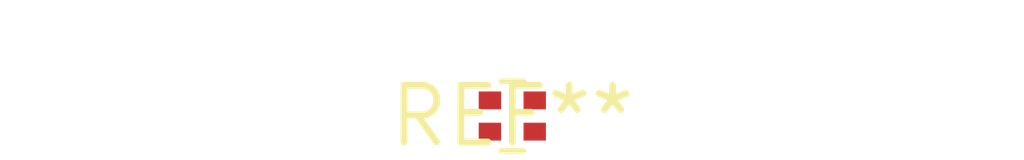
<source format=kicad_pcb>
(kicad_pcb (version 20240108) (generator pcbnew)
  (layers (0 "F.Cu" signal) (31 "B.Cu" signal) (34 "B.Paste" user) (35 "F.Paste" user) (36 "B.SilkS" user "B.Silkscreen") (37 "F.SilkS" user "F.Silkscreen") (38 "B.Mask" user) (39 "F.Mask" user) (44 "Edge.Cuts" user))
  (net 0 "")
  (footprint "R_Array_Convex_2x0402" (layer "F.Cu") (at 0 0)
    (property "Reference" "REF**")
    (property "Value" "R_Array_Convex_2x0402")
    (fp_line (start 0.25 -0.78) (end -0.25 -0.78) (layer "F.SilkS") (stroke (width 0.12)))
    (fp_line (start 0.25 0.78) (end -0.25 0.78) (layer "F.SilkS") (stroke (width 0.12)))
    (pad "1" smd rect (at -0.5 -0.35) (size 0.5 0.4) (layers "F.Cu" "F.Paste" "F.Mask"))
    (pad "2" smd rect (at -0.5 0.35) (size 0.5 0.4) (layers "F.Cu" "F.Paste" "F.Mask"))
    (pad "3" smd rect (at 0.5 0.35) (size 0.5 0.4) (layers "F.Cu" "F.Paste" "F.Mask"))
    (pad "4" smd rect (at 0.5 -0.35) (size 0.5 0.4) (layers "F.Cu" "F.Paste" "F.Mask"))
  )
)
</source>
